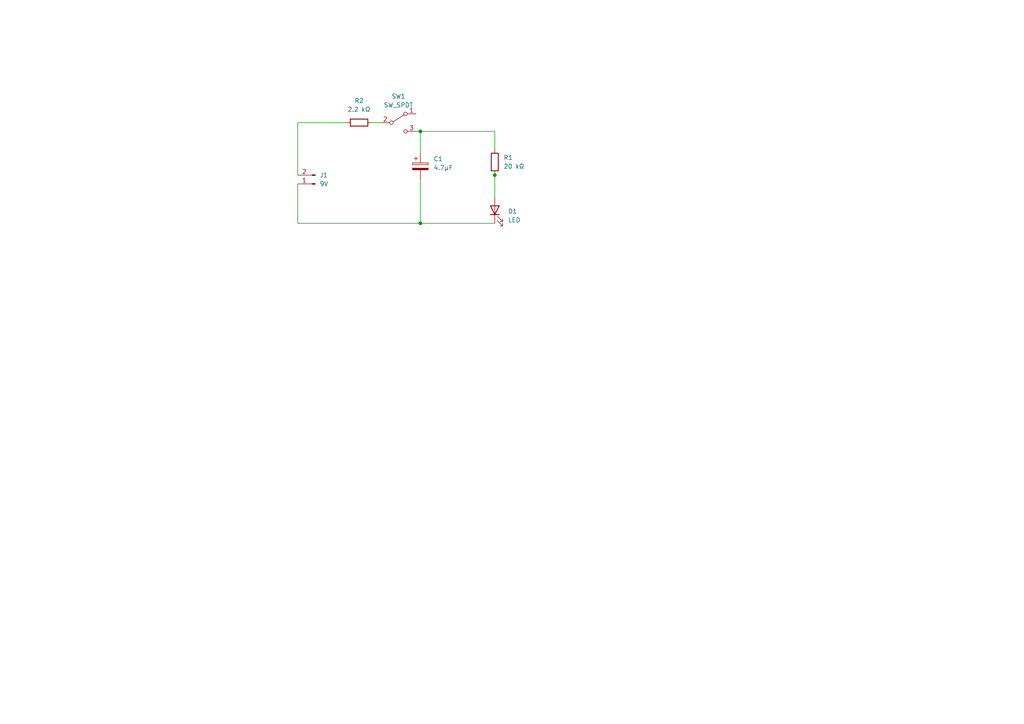
<source format=kicad_sch>
(kicad_sch (version 20211123) (generator eeschema)
  (paper "A4")
  (lib_symbols
    (symbol "Connector:Conn_01x02_Male" (pin_names (offset 1.016) hide)
      (property "Reference" "J" (at 0 2.54 0))
      (property "Value" "Conn_01x02_Male" (at 0 -5.08 0))
      (symbol "Conn_01x02_Male_1_1"
        (polyline (pts (xy 1.27 -2.54) (xy 0.8636 -2.54)) (stroke (width 0.1524)))
        (polyline (pts (xy 1.27 0) (xy 0.8636 0)) (stroke (width 0.1524)))
        (rectangle (start 0.8636 -2.413) (end 0 -2.667) (stroke (width 0.1524)) (fill (type outline)))
        (rectangle (start 0.8636 0.127) (end 0 -0.127) (stroke (width 0.1524)) (fill (type outline)))
        (pin passive line (at 5.08 0 180) (length 3.81) (name "Pin_1") (number "1"))
        (pin passive line (at 5.08 -2.54 180) (length 3.81) (name "Pin_2") (number "2"))
      )
    )
    (symbol "Device:C_Polarized" (pin_numbers hide) (pin_names (offset 0.254))
      (property "Reference" "C" (at 0.635 2.54 0))
      (property "Value" "C_Polarized" (at 0.635 -2.54 0))
      (symbol "C_Polarized_0_1"
        (rectangle (start -2.286 0.508) (end 2.286 1.016))
        (polyline (pts (xy -1.778 2.286) (xy -0.762 2.286)))
        (polyline (pts (xy -1.27 2.794) (xy -1.27 1.778)))
        (rectangle (start 2.286 -0.508) (end -2.286 -1.016) (fill (type outline)))
      )
      (symbol "C_Polarized_1_1"
        (pin passive line (at 0 3.81 270) (length 2.794) (name "~") (number "1"))
        (pin passive line (at 0 -3.81 90) (length 2.794) (name "~") (number "2"))
      )
    )
    (symbol "Device:LED" (pin_numbers hide) (pin_names (offset 1.016) hide)
      (property "Reference" "D" (at 0 2.54 0))
      (property "Value" "LED" (at 0 -2.54 0))
      (symbol "LED_0_1"
        (polyline (pts (xy -1.27 -1.27) (xy -1.27 1.27)) (stroke (width 0.254)))
        (polyline (pts (xy -1.27 0) (xy 1.27 0)))
        (polyline (pts (xy 1.27 -1.27) (xy 1.27 1.27) (xy -1.27 0) (xy 1.27 -1.27)) (stroke (width 0.254)))
        (polyline (pts (xy -3.048 -0.762) (xy -4.572 -2.286) (xy -3.81 -2.286) (xy -4.572 -2.286) (xy -4.572 -1.524)))
        (polyline (pts (xy -1.778 -0.762) (xy -3.302 -2.286) (xy -2.54 -2.286) (xy -3.302 -2.286) (xy -3.302 -1.524)))
      )
      (symbol "LED_1_1"
        (pin passive line (at -3.81 0 0) (length 2.54) (name "K") (number "1"))
        (pin passive line (at 3.81 0 180) (length 2.54) (name "A") (number "2"))
      )
    )
    (symbol "Device:R" (pin_numbers hide) (pin_names (offset 0))
      (property "Reference" "R" (at 2.032 0 90))
      (property "Value" "R" (at 0 0 90))
      (symbol "R_0_1"
        (rectangle (start -1.016 -2.54) (end 1.016 2.54) (stroke (width 0.254)))
      )
      (symbol "R_1_1"
        (pin passive line (at 0 3.81 270) (length 1.27) (name "~") (number "1"))
        (pin passive line (at 0 -3.81 90) (length 1.27) (name "~") (number "2"))
      )
    )
    (symbol "Switch:SW_SPDT" (pin_names (offset 0) hide)
      (property "Reference" "SW" (at 0 4.318 0))
      (property "Value" "SW_SPDT" (at 0 -5.08 0))
      (symbol "SW_SPDT_0_0"
        (circle (center -2.032 0) (radius 0.508))
        (circle (center 2.032 -2.54) (radius 0.508))
      )
      (symbol "SW_SPDT_0_1"
        (polyline (pts (xy -1.524 0.254) (xy 1.651 2.286)))
        (circle (center 2.032 2.54) (radius 0.508))
      )
      (symbol "SW_SPDT_1_1"
        (pin passive line (at 5.08 2.54 180) (length 2.54) (name "A") (number "1"))
        (pin passive line (at -5.08 0 0) (length 2.54) (name "B") (number "2"))
        (pin passive line (at 5.08 -2.54 180) (length 2.54) (name "C") (number "3"))
      )
    )
  )
  (junction (at 143.51 50.8))
  (junction (at 121.92 38.1))
  (junction (at 121.92 64.77))
  (wire (pts (xy 107.95 35.56) (xy 110.49 35.56)))
  (wire (pts (xy 86.36 50.8) (xy 86.36 35.56)))
  (wire (pts (xy 86.36 35.56) (xy 100.33 35.56)))
  (wire (pts (xy 86.36 64.77) (xy 121.92 64.77)))
  (wire (pts (xy 121.92 64.77) (xy 143.51 64.77)))
  (wire (pts (xy 121.92 38.1) (xy 121.92 44.45)))
  (wire (pts (xy 121.92 38.1) (xy 120.65 38.1)))
  (wire (pts (xy 143.51 50.8) (xy 143.51 57.15)))
  (wire (pts (xy 86.36 53.34) (xy 86.36 64.77)))
  (wire (pts (xy 143.51 38.1) (xy 121.92 38.1)))
  (wire (pts (xy 143.51 49.53) (xy 143.51 50.8)))
  (wire (pts (xy 121.92 52.07) (xy 121.92 64.77)))
  (wire (pts (xy 143.51 43.18) (xy 143.51 38.1)))
  (symbol (lib_id "Connector:Conn_01x02_Male") (at 91.44 53.34 180) (unit 1)
    (property "Reference" "J1" (at 92.71 50.7999 0) (effects (justify right)))
    (property "Value" "9V" (at 92.71 53.3399 0) (effects (justify right)))
  )
  (symbol (lib_id "Device:C_Polarized") (at 121.92 48.26 0) (unit 1)
    (property "Reference" "C1" (at 125.73 46.1009 0) (effects (justify left)))
    (property "Value" "4.7μF" (at 125.73 48.6409 0) (effects (justify left)))
  )
  (symbol (lib_id "Device:R") (at 104.14 35.56 90) (unit 1)
    (property "Reference" "R2" (at 104.14 29.21 90))
    (property "Value" "2.2 kΩ" (at 104.14 31.75 90))
  )
  (symbol (lib_id "Switch:SW_SPDT") (at 115.57 35.56 0) (unit 1)
    (property "Reference" "SW1" (at 115.57 27.94 0))
    (property "Value" "SW_SPDT" (at 115.57 30.48 0))
  )
  (symbol (lib_id "Device:LED") (at 143.51 60.96 90) (unit 1)
    (property "Reference" "D1" (at 147.32 61.2774 90) (effects (justify right)))
    (property "Value" "LED" (at 147.32 63.8174 90) (effects (justify right)))
  )
  (symbol (lib_id "Device:R") (at 143.51 46.99 0) (unit 1)
    (property "Reference" "R1" (at 146.05 45.7199 0) (effects (justify left)))
    (property "Value" "20 kΩ" (at 146.05 48.2599 0) (effects (justify left)))
  )
)
</source>
